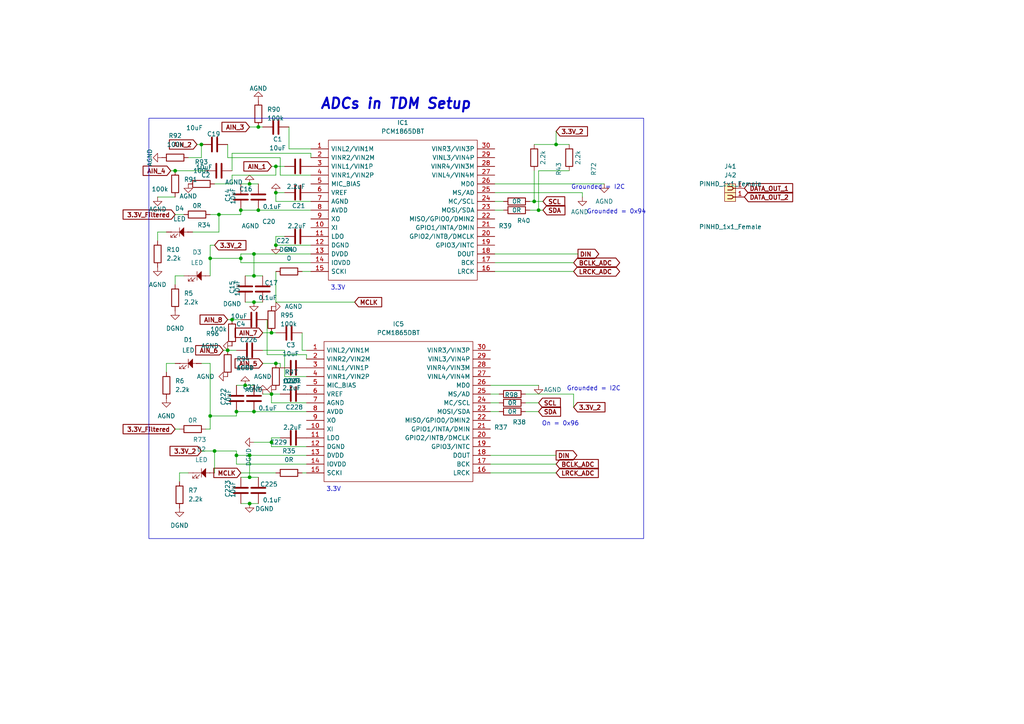
<source format=kicad_sch>
(kicad_sch (version 20231120) (generator "eeschema") (generator_version "8.0")
  (paper "A4")
  (title_block (company "Michael Meyers"))
  (lib_symbols
    (symbol "Device:C" (pin_numbers hide) (pin_names (offset 0.254))
      (property "Reference" "C" (at 0.635 2.54 0))
      (property "Value" "C" (at 0.635 -2.54 0))
      (symbol "C_0_1"
        (polyline (pts (xy -2.032 -0.762) (xy 2.032 -0.762)) (stroke (width 0.508)))
        (polyline (pts (xy -2.032 0.762) (xy 2.032 0.762)) (stroke (width 0.508)))
      )
      (symbol "C_1_1"
        (pin passive line (at 0 3.81 270) (length 2.794) (name "~") (number "1"))
        (pin passive line (at 0 -3.81 90) (length 2.794) (name "~") (number "2"))
      )
    )
    (symbol "Device:R" (pin_numbers hide) (pin_names (offset 0))
      (property "Reference" "R" (at 2.032 0 90))
      (property "Value" "R" (at 0 0 90))
      (symbol "R_0_1"
        (rectangle (start -1.016 -2.54) (end 1.016 2.54) (stroke (width 0.254)))
      )
      (symbol "R_1_1"
        (pin passive line (at 0 3.81 270) (length 1.27) (name "~") (number "1"))
        (pin passive line (at 0 -3.81 90) (length 1.27) (name "~") (number "2"))
      )
    )
    (symbol "PCM_Resistor_AKL:R_0402" (pin_numbers hide) (pin_names (offset 0))
      (property "Reference" "R" (at 2.54 1.27 0))
      (property "Value" "R_0402" (at 2.54 -1.27 0))
      (symbol "R_0402_0_1"
        (rectangle (start -1.016 2.54) (end 1.016 -2.54) (stroke (width 0.254)))
      )
      (symbol "R_0402_0_2"
        (polyline (pts (xy -2.54 -2.54) (xy -1.524 -1.524)))
        (polyline (pts (xy 1.524 1.524) (xy 2.54 2.54)))
        (polyline (pts (xy 1.524 1.524) (xy 0.889 2.159) (xy -2.159 -0.889) (xy -0.889 -2.159) (xy 2.159 0.889) (xy 1.524 1.524)) (stroke (width 0.254)))
      )
      (symbol "R_0402_1_1"
        (pin passive line (at 0 3.81 270) (length 1.27) (name "~") (number "1"))
        (pin passive line (at 0 -3.81 90) (length 1.27) (name "~") (number "2"))
      )
      (symbol "R_0402_1_2"
        (pin passive line (at 2.54 2.54 180) (length 0) (name "") (number "1"))
        (pin passive line (at -2.54 -2.54 0) (length 0) (name "") (number "2"))
      )
    )
    (symbol "PCM_SL_Devices:LED"
      (property "Reference" "D" (at -0.508 5.334 0))
      (property "Value" "LED" (at -0.508 2.794 0))
      (symbol "LED_0_1"
        (polyline (pts (xy -1.27 0) (xy -2.54 0)))
        (polyline (pts (xy 0 1.27) (xy 0 -1.27)))
        (polyline (pts (xy 0.508 0.508) (xy 1.524 1.524)))
        (polyline (pts (xy 1.27 0) (xy 2.54 0)))
        (polyline (pts (xy 1.524 0.508) (xy 2.54 1.524)))
        (polyline (pts (xy 1.524 1.524) (xy 0.889 1.524)))
        (polyline (pts (xy 1.524 1.524) (xy 1.524 0.889)))
        (polyline (pts (xy 2.54 1.524) (xy 1.905 1.524)))
        (polyline (pts (xy 2.54 1.524) (xy 2.54 0.889)))
        (polyline (pts (xy 0 0) (xy -1.27 -1.27) (xy -1.27 1.27) (xy 0 0) (xy 1.27 0)) (fill (type outline)))
      )
      (symbol "LED_1_1"
        (pin passive line (at 3.81 0 180) (length 1.5) (name "~") (number "1"))
        (pin passive line (at -3.81 0 0) (length 1.5) (name "") (number "2"))
      )
    )
    (symbol "PCM_SL_Pin_Headers:PINHD_1x1_Female"
      (property "Reference" "J" (at 0 6.35 0))
      (property "Value" "PINHD_1x1_Female" (at 0 3.81 0))
      (symbol "PINHD_1x1_Female_0_1"
        (rectangle (start -1.27 1.27) (end 1.905 -1.27) (fill (type background)))
        (arc (start -0.508 0) (mid -0.3592 -0.3592) (end 0 -0.508) (stroke (width 0.25)))
        (polyline (pts (xy -1.27 0) (xy -0.508 0)) (stroke (width 0.25)))
        (polyline (pts (xy 0 -0.508) (xy 1.016 -0.508)) (stroke (width 0.25)))
        (polyline (pts (xy 0 0.508) (xy 1.016 0.508)) (stroke (width 0.25)))
        (arc (start 0 0.508) (mid -0.3592 0.3592) (end -0.508 0) (stroke (width 0.25)))
      )
      (symbol "PINHD_1x1_Female_1_1"
        (pin passive line (at -3.81 0 0) (length 2.54) (name "") (number "1"))
      )
    )
    (symbol "SamacSys_Parts:PCM1865DBT" (pin_names (offset 0.762))
      (property "Reference" "IC" (at 49.53 7.62 0))
      (property "Value" "PCM1865DBT" (at 49.53 5.08 0))
      (symbol "PCM1865DBT_0_0"
        (pin passive line (at 0 0 0) (length 5.08) (name "VINL2/VIN1M") (number "1"))
        (pin passive line (at 0 -22.86 0) (length 5.08) (name "XI") (number "10"))
        (pin passive line (at 0 -25.4 0) (length 5.08) (name "LDO") (number "11"))
        (pin passive line (at 0 -27.94 0) (length 5.08) (name "DGND") (number "12"))
        (pin passive line (at 0 -30.48 0) (length 5.08) (name "DVDD") (number "13"))
        (pin passive line (at 0 -33.02 0) (length 5.08) (name "IOVDD") (number "14"))
        (pin passive line (at 0 -35.56 0) (length 5.08) (name "SCKI") (number "15"))
        (pin passive line (at 53.34 -35.56 180) (length 5.08) (name "LRCK") (number "16"))
        (pin passive line (at 53.34 -33.02 180) (length 5.08) (name "BCK") (number "17"))
        (pin passive line (at 53.34 -30.48 180) (length 5.08) (name "DOUT") (number "18"))
        (pin passive line (at 53.34 -27.94 180) (length 5.08) (name "GPIO3/INTC") (number "19"))
        (pin passive line (at 0 -2.54 0) (length 5.08) (name "VINR2/VIN2M") (number "2"))
        (pin passive line (at 53.34 -25.4 180) (length 5.08) (name "GPIO2/INTB/DMCLK") (number "20"))
        (pin passive line (at 53.34 -22.86 180) (length 5.08) (name "GPIO1/INTA/DMIN") (number "21"))
        (pin passive line (at 53.34 -20.32 180) (length 5.08) (name "MISO/GPIO0/DMIN2") (number "22"))
        (pin passive line (at 53.34 -17.78 180) (length 5.08) (name "MOSI/SDA") (number "23"))
        (pin passive line (at 53.34 -15.24 180) (length 5.08) (name "MC/SCL") (number "24"))
        (pin passive line (at 53.34 -12.7 180) (length 5.08) (name "MS/AD") (number "25"))
        (pin passive line (at 53.34 -10.16 180) (length 5.08) (name "MD0") (number "26"))
        (pin passive line (at 53.34 -7.62 180) (length 5.08) (name "VINL4/VIN4M") (number "27"))
        (pin passive line (at 53.34 -5.08 180) (length 5.08) (name "VINR4/VIN3M") (number "28"))
        (pin passive line (at 53.34 -2.54 180) (length 5.08) (name "VINL3/VIN4P") (number "29"))
        (pin passive line (at 0 -5.08 0) (length 5.08) (name "VINL1/VIN1P") (number "3"))
        (pin passive line (at 53.34 0 180) (length 5.08) (name "VINR3/VIN3P") (number "30"))
        (pin passive line (at 0 -7.62 0) (length 5.08) (name "VINR1/VIN2P") (number "4"))
        (pin passive line (at 0 -10.16 0) (length 5.08) (name "MIC_BIAS") (number "5"))
        (pin passive line (at 0 -12.7 0) (length 5.08) (name "VREF") (number "6"))
        (pin passive line (at 0 -15.24 0) (length 5.08) (name "AGND") (number "7"))
        (pin passive line (at 0 -17.78 0) (length 5.08) (name "AVDD") (number "8"))
        (pin passive line (at 0 -20.32 0) (length 5.08) (name "XO") (number "9"))
      )
      (symbol "PCM1865DBT_0_1"
        (polyline (pts (xy 5.08 2.54) (xy 48.26 2.54) (xy 48.26 -38.1) (xy 5.08 -38.1) (xy 5.08 2.54)) (stroke (width 0.1524)))
      )
    )
    (symbol "power:GND" (power) (pin_numbers hide) (pin_names (offset 0) hide)
      (property "Value" "GND" (at 0 -3.81 0))
      (symbol "GND_0_1"
        (polyline (pts (xy 0 0) (xy 0 -1.27) (xy 1.27 -1.27) (xy 0 -2.54) (xy -1.27 -1.27) (xy 0 -1.27)))
      )
      (symbol "GND_1_1"
        (pin power_in line (at 0 0 270) (length 0) (name "~") (number "1"))
      )
    )
  )
  (junction (at 62.23 130.81))
  (junction (at 80.01 55.88))
  (junction (at 78.74 96.52))
  (junction (at 80.01 71.12))
  (junction (at 68.58 119.38))
  (junction (at 161.29 41.91))
  (junction (at 73.66 87.63))
  (junction (at 72.39 146.05))
  (junction (at 73.66 73.66))
  (junction (at 71.12 111.76))
  (junction (at 58.42 41.91))
  (junction (at 73.66 80.01))
  (junction (at 72.39 132.08))
  (junction (at 66.04 101.6))
  (junction (at 60.96 120.65))
  (junction (at 72.39 138.43))
  (junction (at 78.74 114.3))
  (junction (at 67.31 92.71))
  (junction (at 74.93 36.83))
  (junction (at 156.21 60.96))
  (junction (at 154.94 58.42))
  (junction (at 69.85 60.96))
  (junction (at 80.01 105.41))
  (junction (at 80.01 48.26))
  (junction (at 68.58 132.08))
  (junction (at 73.66 119.38))
  (junction (at 78.74 128.27))
  (junction (at 69.85 74.93))
  (junction (at 50.8 49.53))
  (junction (at 63.5 62.23))
  (junction (at 74.93 60.96))
  (junction (at 60.96 74.93))
  (junction (at 72.39 53.34))
  (wire (pts (xy 45.72 57.15) (xy 50.8 57.15)))
  (wire (pts (xy 80.01 87.63) (xy 80.01 78.74)))
  (wire (pts (xy 81.28 45.72) (xy 81.28 50.8)))
  (wire (pts (xy 73.66 80.01) (xy 76.2 80.01)))
  (wire (pts (xy 54.61 45.72) (xy 58.42 45.72)))
  (wire (pts (xy 74.93 36.83) (xy 76.2 36.83)))
  (wire (pts (xy 78.74 128.27) (xy 78.74 129.54)))
  (wire (pts (xy 78.74 127) (xy 81.28 127)))
  (wire (pts (xy 50.8 124.46) (xy 52.07 124.46)))
  (wire (pts (xy 69.85 138.43) (xy 72.39 138.43)))
  (wire (pts (xy 73.66 73.66) (xy 73.66 80.01)))
  (wire (pts (xy 78.74 116.84) (xy 88.9 116.84)))
  (wire (pts (xy 78.74 114.3) (xy 78.74 116.84)))
  (wire (pts (xy 48.26 67.31) (xy 45.72 67.31)))
  (wire (pts (xy 69.85 146.05) (xy 72.39 146.05)))
  (wire (pts (xy 67.31 92.71) (xy 69.85 92.71)))
  (wire (pts (xy 67.31 50.8) (xy 67.31 53.34)))
  (wire (pts (xy 80.01 87.63) (xy 102.87 87.63)))
  (wire (pts (xy 142.24 119.38) (xy 144.78 119.38)))
  (wire (pts (xy 80.01 48.26) (xy 82.55 48.26)))
  (wire (pts (xy 165.1 49.53) (xy 156.21 49.53)))
  (wire (pts (xy 152.4 116.84) (xy 156.21 116.84)))
  (wire (pts (xy 67.31 44.45) (xy 90.17 44.45)))
  (wire (pts (xy 80.01 50.8) (xy 67.31 50.8)))
  (wire (pts (xy 73.66 73.66) (xy 69.85 73.66)))
  (wire (pts (xy 87.63 78.74) (xy 90.17 78.74)))
  (wire (pts (xy 82.55 109.22) (xy 88.9 109.22)))
  (wire (pts (xy 72.39 132.08) (xy 68.58 132.08)))
  (wire (pts (xy 142.24 114.3) (xy 144.78 114.3)))
  (wire (pts (xy 142.24 137.16) (xy 161.29 137.16)))
  (wire (pts (xy 60.96 105.41) (xy 60.96 120.65)))
  (wire (pts (xy 143.51 60.96) (xy 146.05 60.96)))
  (wire (pts (xy 53.34 80.01) (xy 50.8 80.01)))
  (wire (pts (xy 143.51 55.88) (xy 168.91 55.88)))
  (wire (pts (xy 71.12 80.01) (xy 73.66 80.01)))
  (wire (pts (xy 67.31 53.34) (xy 62.23 53.34)))
  (wire (pts (xy 71.12 87.63) (xy 73.66 87.63)))
  (wire (pts (xy 90.17 44.45) (xy 90.17 45.72)))
  (wire (pts (xy 73.66 87.63) (xy 76.2 87.63)))
  (wire (pts (xy 76.2 105.41) (xy 80.01 105.41)))
  (wire (pts (xy 63.5 62.23) (xy 69.85 62.23)))
  (wire (pts (xy 74.93 60.96) (xy 69.85 60.96)))
  (wire (pts (xy 71.12 111.76) (xy 73.66 111.76)))
  (wire (pts (xy 77.47 102.87) (xy 88.9 102.87)))
  (wire (pts (xy 142.24 111.76) (xy 156.21 111.76)))
  (wire (pts (xy 66.04 101.6) (xy 68.58 101.6)))
  (wire (pts (xy 73.66 128.27) (xy 78.74 128.27)))
  (wire (pts (xy 82.55 101.6) (xy 82.55 109.22)))
  (wire (pts (xy 66.04 92.71) (xy 67.31 92.71)))
  (wire (pts (xy 69.85 74.93) (xy 69.85 73.66)))
  (wire (pts (xy 143.51 58.42) (xy 146.05 58.42)))
  (wire (pts (xy 60.96 120.65) (xy 68.58 120.65)))
  (wire (pts (xy 67.31 49.53) (xy 67.31 44.45)))
  (wire (pts (xy 69.85 53.34) (xy 72.39 53.34)))
  (wire (pts (xy 161.29 38.1) (xy 161.29 41.91)))
  (wire (pts (xy 81.28 105.41) (xy 81.28 106.68)))
  (wire (pts (xy 78.74 96.52) (xy 80.01 96.52)))
  (wire (pts (xy 58.42 45.72) (xy 58.42 41.91)))
  (wire (pts (xy 142.24 134.62) (xy 161.29 134.62)))
  (wire (pts (xy 90.17 71.12) (xy 80.01 71.12)))
  (wire (pts (xy 80.01 55.88) (xy 80.01 58.42)))
  (wire (pts (xy 83.82 43.18) (xy 90.17 43.18)))
  (wire (pts (xy 69.85 137.16) (xy 80.01 137.16)))
  (wire (pts (xy 50.8 105.41) (xy 48.26 105.41)))
  (wire (pts (xy 68.58 111.76) (xy 71.12 111.76)))
  (wire (pts (xy 52.07 137.16) (xy 52.07 139.7)))
  (wire (pts (xy 63.5 67.31) (xy 63.5 62.23)))
  (wire (pts (xy 81.28 114.3) (xy 78.74 114.3)))
  (wire (pts (xy 62.23 71.12) (xy 60.96 71.12)))
  (wire (pts (xy 88.9 119.38) (xy 73.66 119.38)))
  (wire (pts (xy 55.88 67.31) (xy 63.5 67.31)))
  (wire (pts (xy 88.9 102.87) (xy 88.9 104.14)))
  (wire (pts (xy 62.23 130.81) (xy 68.58 130.81)))
  (wire (pts (xy 87.63 137.16) (xy 88.9 137.16)))
  (wire (pts (xy 153.67 58.42) (xy 154.94 58.42)))
  (wire (pts (xy 66.04 45.72) (xy 81.28 45.72)))
  (wire (pts (xy 62.23 130.81) (xy 62.23 137.16)))
  (wire (pts (xy 88.9 129.54) (xy 78.74 129.54)))
  (wire (pts (xy 69.85 76.2) (xy 69.85 74.93)))
  (wire (pts (xy 58.42 105.41) (xy 60.96 105.41)))
  (wire (pts (xy 152.4 114.3) (xy 166.37 114.3)))
  (wire (pts (xy 152.4 119.38) (xy 156.21 119.38)))
  (wire (pts (xy 168.91 55.88) (xy 168.91 57.15)))
  (wire (pts (xy 50.8 49.53) (xy 59.69 49.53)))
  (wire (pts (xy 142.24 132.08) (xy 161.29 132.08)))
  (wire (pts (xy 76.2 114.3) (xy 78.74 114.3)))
  (wire (pts (xy 60.96 71.12) (xy 60.96 74.93)))
  (wire (pts (xy 72.39 138.43) (xy 74.93 138.43)))
  (wire (pts (xy 80.01 68.58) (xy 80.01 71.12)))
  (wire (pts (xy 80.01 68.58) (xy 82.55 68.58)))
  (wire (pts (xy 60.96 74.93) (xy 60.96 80.01)))
  (wire (pts (xy 166.37 114.3) (xy 166.37 118.11)))
  (wire (pts (xy 77.47 92.71) (xy 77.47 102.87)))
  (wire (pts (xy 90.17 73.66) (xy 73.66 73.66)))
  (wire (pts (xy 87.63 96.52) (xy 87.63 101.6)))
  (wire (pts (xy 60.96 62.23) (xy 63.5 62.23)))
  (wire (pts (xy 143.51 53.34) (xy 175.26 53.34)))
  (wire (pts (xy 88.9 132.08) (xy 72.39 132.08)))
  (wire (pts (xy 76.2 101.6) (xy 82.55 101.6)))
  (wire (pts (xy 72.39 53.34) (xy 74.93 53.34)))
  (wire (pts (xy 58.42 130.81) (xy 62.23 130.81)))
  (wire (pts (xy 90.17 60.96) (xy 74.93 60.96)))
  (wire (pts (xy 154.94 58.42) (xy 157.48 58.42)))
  (wire (pts (xy 161.29 41.91) (xy 154.94 41.91)))
  (wire (pts (xy 73.66 119.38) (xy 68.58 119.38)))
  (wire (pts (xy 161.29 41.91) (xy 165.1 41.91)))
  (wire (pts (xy 78.74 48.26) (xy 80.01 48.26)))
  (wire (pts (xy 50.8 80.01) (xy 50.8 82.55)))
  (wire (pts (xy 143.51 76.2) (xy 166.37 76.2)))
  (wire (pts (xy 80.01 58.42) (xy 90.17 58.42)))
  (wire (pts (xy 81.28 50.8) (xy 90.17 50.8)))
  (wire (pts (xy 45.72 67.31) (xy 45.72 69.85)))
  (wire (pts (xy 48.26 105.41) (xy 48.26 107.95)))
  (wire (pts (xy 68.58 130.81) (xy 68.58 132.08)))
  (wire (pts (xy 60.96 74.93) (xy 69.85 74.93)))
  (wire (pts (xy 82.55 55.88) (xy 80.01 55.88)))
  (wire (pts (xy 87.63 101.6) (xy 88.9 101.6)))
  (wire (pts (xy 49.53 49.53) (xy 50.8 49.53)))
  (wire (pts (xy 72.39 146.05) (xy 74.93 146.05)))
  (wire (pts (xy 142.24 116.84) (xy 144.78 116.84)))
  (wire (pts (xy 76.2 96.52) (xy 78.74 96.52)))
  (wire (pts (xy 58.42 41.91) (xy 57.15 41.91)))
  (wire (pts (xy 153.67 60.96) (xy 156.21 60.96)))
  (wire (pts (xy 80.01 105.41) (xy 81.28 105.41)))
  (wire (pts (xy 68.58 132.08) (xy 68.58 134.62)))
  (wire (pts (xy 154.94 49.53) (xy 154.94 58.42)))
  (wire (pts (xy 83.82 36.83) (xy 83.82 43.18)))
  (wire (pts (xy 78.74 127) (xy 78.74 128.27)))
  (wire (pts (xy 68.58 119.38) (xy 68.58 120.65)))
  (wire (pts (xy 54.61 137.16) (xy 52.07 137.16)))
  (wire (pts (xy 59.69 124.46) (xy 60.96 124.46)))
  (wire (pts (xy 69.85 60.96) (xy 69.85 62.23)))
  (wire (pts (xy 88.9 134.62) (xy 68.58 134.62)))
  (wire (pts (xy 72.39 36.83) (xy 74.93 36.83)))
  (wire (pts (xy 60.96 124.46) (xy 60.96 120.65)))
  (wire (pts (xy 66.04 41.91) (xy 66.04 45.72)))
  (wire (pts (xy 156.21 60.96) (xy 157.48 60.96)))
  (wire (pts (xy 64.77 101.6) (xy 66.04 101.6)))
  (wire (pts (xy 143.51 73.66) (xy 167.64 73.66)))
  (wire (pts (xy 72.39 132.08) (xy 72.39 138.43)))
  (wire (pts (xy 156.21 49.53) (xy 156.21 60.96)))
  (wire (pts (xy 50.8 62.23) (xy 53.34 62.23)))
  (wire (pts (xy 90.17 76.2) (xy 69.85 76.2)))
  (wire (pts (xy 80.01 48.26) (xy 80.01 50.8)))
  (wire (pts (xy 143.51 78.74) (xy 166.37 78.74)))
  (rectangle (start 43.18 34.29) (end 186.69 156.21))
  (text "3.3V" (at 96.774 141.986 0) (effects (font (size 1.27 1.27))))
  (text "3.3V" (at 98.044 83.566 0) (effects (font (size 1.27 1.27))))
  (text "Grounded = I2C\n" (at 173.482 54.356 0) (effects (font (size 1.27 1.27))))
  (text "Grounded = I2C\n" (at 172.212 112.776 0) (effects (font (size 1.27 1.27))))
  (text "On = 0x96" (at 162.56 122.936 0) (effects (font (size 1.27 1.27))))
  (text "Grounded = 0x94" (at 178.816 61.468 0) (effects (font (size 1.27 1.27))))
  (text "ADCs in TDM Setup" (at 114.808 30.226 0) (effects (font (size 3 3) (thickness 0.6) (bold yes) (italic yes))))
  (global_label "SCL" (shape input) (at 157.48 58.42 0) (effects (font (bold yes))) (property "Intersheetrefs" "${INTERSHEET_REFS}" (effects (hide yes))))
  (global_label "BCLK_ADC" (shape bidirectional) (at 166.37 76.2 0) (effects (font (bold yes))) (property "Intersheetrefs" "${INTERSHEET_REFS}" (effects (hide yes))))
  (global_label "3.3V_Filtered" (shape input) (at 50.8 124.46 180) (effects (font (bold yes))) (property "Intersheetrefs" "${INTERSHEET_REFS}" (effects (hide yes))))
  (global_label "AIN_1" (shape input) (at 78.74 48.26 180) (effects (font (bold yes))) (property "Intersheetrefs" "${INTERSHEET_REFS}" (effects (hide yes))))
  (global_label "3.3V_2" (shape input) (at 58.42 130.81 180) (effects (font (bold yes))) (property "Intersheetrefs" "${INTERSHEET_REFS}" (effects (hide yes))))
  (global_label "AIN_3" (shape input) (at 72.39 36.83 180) (effects (font (bold yes))) (property "Intersheetrefs" "${INTERSHEET_REFS}" (effects (hide yes))))
  (global_label "SDA" (shape input) (at 157.48 60.96 0) (effects (font (bold yes))) (property "Intersheetrefs" "${INTERSHEET_REFS}" (effects (hide yes))))
  (global_label "SCL" (shape input) (at 156.21 116.84 0) (effects (font (bold yes))) (property "Intersheetrefs" "${INTERSHEET_REFS}" (effects (hide yes))))
  (global_label "AIN_8" (shape input) (at 66.04 92.71 180) (effects (font (bold yes))) (property "Intersheetrefs" "${INTERSHEET_REFS}" (effects (hide yes))))
  (global_label "MCLK" (shape input) (at 102.87 87.63 0) (effects (font (bold yes))) (property "Intersheetrefs" "${INTERSHEET_REFS}" (effects (hide yes))))
  (global_label "LRCK_ADC" (shape bidirectional) (at 166.37 78.74 0) (effects (font (bold yes))) (property "Intersheetrefs" "${INTERSHEET_REFS}" (effects (hide yes))))
  (global_label "3.3V_2" (shape input) (at 166.37 118.11 0) (effects (font (bold yes))) (property "Intersheetrefs" "${INTERSHEET_REFS}" (effects (hide yes))))
  (global_label "LRCK_ADC" (shape input) (at 161.29 137.16 0) (effects (font (bold yes))) (property "Intersheetrefs" "${INTERSHEET_REFS}" (effects (hide yes))))
  (global_label "AIN_2" (shape input) (at 57.15 41.91 180) (effects (font (bold yes))) (property "Intersheetrefs" "${INTERSHEET_REFS}" (effects (hide yes))))
  (global_label "DIN" (shape output) (at 167.64 73.66 0) (effects (font (bold yes))) (property "Intersheetrefs" "${INTERSHEET_REFS}" (effects (hide yes))))
  (global_label "3.3V_2" (shape input) (at 161.29 38.1 0) (effects (font (bold yes))) (property "Intersheetrefs" "${INTERSHEET_REFS}" (effects (hide yes))))
  (global_label "3.3V_Filtered" (shape input) (at 50.8 62.23 180) (effects (font (bold yes))) (property "Intersheetrefs" "${INTERSHEET_REFS}" (effects (hide yes))))
  (global_label "AIN_6" (shape input) (at 64.77 101.6 180) (effects (font (bold yes))) (property "Intersheetrefs" "${INTERSHEET_REFS}" (effects (hide yes))))
  (global_label "3.3V_2" (shape input) (at 62.23 71.12 0) (effects (font (bold yes))) (property "Intersheetrefs" "${INTERSHEET_REFS}" (effects (hide yes))))
  (global_label "SDA" (shape input) (at 156.21 119.38 0) (effects (font (bold yes))) (property "Intersheetrefs" "${INTERSHEET_REFS}" (effects (hide yes))))
  (global_label "AIN_7" (shape input) (at 76.2 96.52 180) (effects (font (bold yes))) (property "Intersheetrefs" "${INTERSHEET_REFS}" (effects (hide yes))))
  (global_label "BCLK_ADC" (shape input) (at 161.29 134.62 0) (effects (font (bold yes))) (property "Intersheetrefs" "${INTERSHEET_REFS}" (effects (hide yes))))
  (global_label "DATA_OUT_2" (shape input) (at 215.9 57.15 0) (effects (font (bold yes))) (property "Intersheetrefs" "${INTERSHEET_REFS}" (effects (hide yes))))
  (global_label "MCLK" (shape input) (at 69.85 137.16 180) (effects (font (bold yes))) (property "Intersheetrefs" "${INTERSHEET_REFS}" (effects (hide yes))))
  (global_label "AIN_5" (shape input) (at 76.2 105.41 180) (effects (font (bold yes))) (property "Intersheetrefs" "${INTERSHEET_REFS}" (effects (hide yes))))
  (global_label "AIN_4" (shape input) (at 49.53 49.53 180) (effects (font (bold yes))) (property "Intersheetrefs" "${INTERSHEET_REFS}" (effects (hide yes))))
  (global_label "DATA_OUT_1" (shape input) (at 215.9 54.61 0) (effects (font (bold yes))) (property "Intersheetrefs" "${INTERSHEET_REFS}" (effects (hide yes))))
  (global_label "DIN" (shape output) (at 161.29 132.08 0) (effects (font (bold yes))) (property "Intersheetrefs" "${INTERSHEET_REFS}" (effects (hide yes))))
  (symbol (lib_id "Device:C") (at 74.93 57.15 0) (unit 1)
    (property "Reference" "C16" (at 69.342 54.864 0) (effects (justify left)))
    (property "Value" "0.1uF" (at 76.2 59.944 0) (effects (justify left)))
    (property "Footprint" "Capacitor_SMD:C_0603_1608Metric_Pad1.08x0.95mm_HandSolder" (effects (hide yes)))
    (property "Description" "Unpolarized capacitor" (effects (hide yes)))
  )
  (symbol (lib_id "PCM_Resistor_AKL:R_0402") (at 50.8 45.72 270) (unit 1)
    (property "Reference" "R92" (at 50.8 39.37 90))
    (property "Value" "100k" (at 50.8 41.91 90))
    (property "Footprint" "PCM_Resistor_SMD_AKL:R_0402_1005Metric" (effects (hide yes)))
    (property "Description" "SMD 0402 Chip Resistor, European Symbol, Alternate KiCad Library" (effects (hide yes)))
  )
  (symbol (lib_id "power:GND") (at 71.12 111.76 180) (unit 1) (on_board no)
    (property "Reference" "#PWR089" (effects (hide yes)))
    (property "Value" "AGND" (at 71.12 106.68 0))
    (property "Description" "Power symbol creates a global label with name \"GND\" , ground" (effects (hide yes)))
  )
  (symbol (lib_id "Device:C") (at 74.93 142.24 0) (unit 1)
    (property "Reference" "C225" (at 75.438 140.462 0) (effects (justify left)))
    (property "Value" "0.1uF" (at 76.2 145.034 0) (effects (justify left)))
    (property "Footprint" "Capacitor_SMD:C_0603_1608Metric_Pad1.08x0.95mm_HandSolder" (effects (hide yes)))
    (property "Description" "Unpolarized capacitor" (effects (hide yes)))
  )
  (symbol (lib_id "Device:R") (at 52.07 143.51 0) (unit 1)
    (property "Reference" "R7" (at 54.61 142.2399 0) (effects (justify left)))
    (property "Value" "2.2k" (at 54.61 144.7799 0) (effects (justify left)))
    (property "Footprint" "Resistor_SMD:R_0805_2012Metric" (effects (hide yes)))
    (property "Description" "Resistor" (effects (hide yes)))
  )
  (symbol (lib_id "Device:C") (at 86.36 68.58 90) (unit 1)
    (property "Reference" "C22" (at 82.042 69.85 90))
    (property "Value" "2.2uF" (at 86.106 65.532 90))
    (property "Footprint" "Capacitor_SMD:C_0805_2012Metric" (effects (hide yes)))
    (property "Description" "Unpolarized capacitor" (effects (hide yes)))
  )
  (symbol (lib_id "Device:C") (at 63.5 49.53 270) (unit 1)
    (property "Reference" "C2" (at 59.69 50.8 90))
    (property "Value" "10uF" (at 59.182 48.514 90))
    (property "Footprint" "Capacitor_SMD:C_0805_2012Metric" (effects (hide yes)))
    (property "Description" "Unpolarized capacitor" (effects (hide yes)))
  )
  (symbol (lib_id "power:GND") (at 80.01 71.12 0) (unit 1)
    (property "Reference" "#PWR028" (effects (hide yes)))
    (property "Value" "DGND" (at 83.566 72.39 0))
    (property "Description" "Power symbol creates a global label with name \"GND\" , ground" (effects (hide yes)))
  )
  (symbol (lib_id "power:GND") (at 52.07 147.32 0) (unit 1)
    (property "Reference" "#PWR096" (effects (hide yes)))
    (property "Value" "DGND" (at 52.07 152.4 0))
    (property "Description" "Power symbol creates a global label with name \"GND\" , ground" (effects (hide yes)))
  )
  (symbol (lib_id "Device:C") (at 85.09 127 90) (unit 1)
    (property "Reference" "C229" (at 80.772 128.27 90))
    (property "Value" "2.2uF" (at 84.836 123.952 90))
    (property "Footprint" "Capacitor_SMD:C_0805_2012Metric" (effects (hide yes)))
    (property "Description" "Unpolarized capacitor" (effects (hide yes)))
  )
  (symbol (lib_id "power:GND") (at 73.66 128.27 270) (unit 1)
    (property "Reference" "#PWR0216" (effects (hide yes)))
    (property "Value" "DGND" (at 72.136 132.588 0))
    (property "Description" "Power symbol creates a global label with name \"GND\" , ground" (effects (hide yes)))
  )
  (symbol (lib_id "power:GND") (at 72.39 146.05 0) (unit 1)
    (property "Reference" "#PWR056" (effects (hide yes)))
    (property "Value" "DGND" (at 76.708 147.574 0))
    (property "Description" "Power symbol creates a global label with name \"GND\" , ground" (effects (hide yes)))
  )
  (symbol (lib_id "power:GND") (at 175.26 53.34 0) (unit 1)
    (property "Reference" "#PWR035" (effects (hide yes)))
    (property "Value" "AGND" (at 175.26 58.42 0))
    (property "Description" "Power symbol creates a global label with name \"GND\" , ground" (effects (hide yes)))
  )
  (symbol (lib_id "power:GND") (at 80.01 55.88 180) (unit 1) (on_board no)
    (property "Reference" "#PWR029" (effects (hide yes)))
    (property "Value" "AGND" (at 72.644 65.532 0))
    (property "Description" "Power symbol creates a global label with name \"GND\" , ground" (effects (hide yes)))
  )
  (symbol (lib_id "PCM_Resistor_AKL:R_0402") (at 74.93 33.02 180) (unit 1)
    (property "Reference" "R90" (at 77.47 31.7499 0) (effects (justify right)))
    (property "Value" "100k" (at 77.47 34.2899 0) (effects (justify right)))
    (property "Footprint" "PCM_Resistor_SMD_AKL:R_0402_1005Metric" (effects (hide yes)))
    (property "Description" "SMD 0402 Chip Resistor, European Symbol, Alternate KiCad Library" (effects (hide yes)))
  )
  (symbol (lib_id "PCM_Resistor_AKL:R_0402") (at 50.8 53.34 0) (unit 1)
    (property "Reference" "R91" (at 53.34 52.0699 0) (effects (justify left)))
    (property "Value" "100k" (at 43.942 54.864 0) (effects (justify left)))
    (property "Footprint" "PCM_Resistor_SMD_AKL:R_0402_1005Metric" (effects (hide yes)))
    (property "Description" "SMD 0402 Chip Resistor, European Symbol, Alternate KiCad Library" (effects (hide yes)))
  )
  (symbol (lib_id "PCM_SL_Devices:LED") (at 54.61 105.41 180) (unit 1)
    (property "Reference" "D1" (at 54.61 98.552 0))
    (property "Value" "LED" (at 54.61 101.6 0))
    (property "Footprint" "LED_SMD:LED_0402_1005Metric_Pad0.77x0.64mm_HandSolder" (effects (hide yes)))
    (property "Datasheet" "https://www.we-online.com/components/products/datasheet/150060BS75000.pdf" (effects (hide yes)))
    (property "Description" "Common 5mm diameter LED" (effects (hide yes)))
  )
  (symbol (lib_id "power:GND") (at 156.21 111.76 0) (unit 1)
    (property "Reference" "#PWR0217" (effects (hide yes)))
    (property "Value" "AGND" (at 160.274 113.03 0))
    (property "Description" "Power symbol creates a global label with name \"GND\" , ground" (effects (hide yes)))
  )
  (symbol (lib_id "power:GND") (at 80.01 113.03 270) (unit 1) (on_board no)
    (property "Reference" "#PWR0111" (effects (hide yes)))
    (property "Value" "AGND" (at 76.2 113.0299 90) (effects (justify right)))
    (property "Description" "Power symbol creates a global label with name \"GND\" , ground" (effects (hide yes)))
  )
  (symbol (lib_id "Device:C") (at 85.09 106.68 90) (unit 1)
    (property "Reference" "C227" (at 84.582 110.49 90))
    (property "Value" "10uF" (at 84.328 110.49 90))
    (property "Footprint" "Capacitor_SMD:C_0805_2012Metric" (effects (hide yes)))
    (property "Description" "Unpolarized capacitor" (effects (hide yes)))
  )
  (symbol (lib_id "power:GND") (at 67.31 100.33 270) (unit 1) (on_board no)
    (property "Reference" "#PWR0112" (effects (hide yes)))
    (property "Value" "AGND" (at 63.5 100.3299 90) (effects (justify right)))
    (property "Description" "Power symbol creates a global label with name \"GND\" , ground" (effects (hide yes)))
  )
  (symbol (lib_id "Device:C") (at 69.85 57.15 0) (unit 1)
    (property "Reference" "C14" (at 66.04 56.642 90))
    (property "Value" "10uF" (at 67.564 56.896 90))
    (property "Footprint" "Capacitor_SMD:C_0805_2012Metric" (effects (hide yes)))
    (property "Description" "Unpolarized capacitor" (effects (hide yes)))
  )
  (symbol (lib_id "Device:C") (at 83.82 96.52 270) (unit 1)
    (property "Reference" "C3" (at 84.328 100.076 90))
    (property "Value" "10uF" (at 84.328 102.616 90))
    (property "Footprint" "Capacitor_SMD:C_0805_2012Metric" (effects (hide yes)))
    (property "Description" "Unpolarized capacitor" (effects (hide yes)))
  )
  (symbol (lib_id "Device:R") (at 57.15 62.23 90) (unit 1)
    (property "Reference" "R34" (at 59.182 65.278 90))
    (property "Value" "0R" (at 57.15 59.69 90))
    (property "Footprint" "Resistor_SMD:R_0805_2012Metric_Pad1.20x1.40mm_HandSolder" (effects (hide yes)))
    (property "Description" "Resistor" (effects (hide yes)))
  )
  (symbol (lib_id "Device:R") (at 83.82 78.74 90) (unit 1)
    (property "Reference" "R4" (at 83.82 72.39 90))
    (property "Value" "0" (at 83.82 74.93 90))
    (property "Footprint" "Resistor_SMD:R_0805_2012Metric_Pad1.20x1.40mm_HandSolder" (effects (hide yes)))
    (property "Description" "Resistor" (effects (hide yes)))
  )
  (symbol (lib_id "PCM_Resistor_AKL:R_0402") (at 80.01 109.22 180) (unit 1)
    (property "Reference" "R97" (at 82.55 107.9499 0) (effects (justify right)))
    (property "Value" "100k" (at 82.55 110.4899 0) (effects (justify right)))
    (property "Footprint" "PCM_Resistor_SMD_AKL:R_0402_1005Metric" (effects (hide yes)))
    (property "Description" "SMD 0402 Chip Resistor, European Symbol, Alternate KiCad Library" (effects (hide yes)))
  )
  (symbol (lib_id "Device:C") (at 73.66 92.71 270) (unit 1)
    (property "Reference" "C4" (at 69.85 93.98 90))
    (property "Value" "10uF" (at 69.342 91.694 90))
    (property "Footprint" "Capacitor_SMD:C_0805_2012Metric" (effects (hide yes)))
    (property "Description" "Unpolarized capacitor" (effects (hide yes)))
  )
  (symbol (lib_id "Device:C") (at 86.36 55.88 90) (unit 1)
    (property "Reference" "C21" (at 86.614 59.69 90))
    (property "Value" "2.2uF" (at 85.852 54.102 90))
    (property "Footprint" "Capacitor_SMD:C_0805_2012Metric" (effects (hide yes)))
    (property "Description" "Unpolarized capacitor" (effects (hide yes)))
  )
  (symbol (lib_id "PCM_Resistor_AKL:R_0402") (at 66.04 105.41 0) (unit 1)
    (property "Reference" "R94" (at 68.58 104.1399 0) (effects (justify left)))
    (property "Value" "100k" (at 68.58 106.6799 0) (effects (justify left)))
    (property "Footprint" "PCM_Resistor_SMD_AKL:R_0402_1005Metric" (effects (hide yes)))
    (property "Description" "SMD 0402 Chip Resistor, European Symbol, Alternate KiCad Library" (effects (hide yes)))
  )
  (symbol (lib_id "Device:C") (at 71.12 83.82 0) (unit 1)
    (property "Reference" "C15" (at 67.31 83.312 90))
    (property "Value" "10uF" (at 68.834 83.566 90))
    (property "Footprint" "Capacitor_SMD:C_0805_2012Metric" (effects (hide yes)))
    (property "Description" "Unpolarized capacitor" (effects (hide yes)))
  )
  (symbol (lib_id "Device:C") (at 69.85 142.24 0) (unit 1)
    (property "Reference" "C223" (at 66.04 141.732 90))
    (property "Value" "10uF" (at 67.564 141.986 90))
    (property "Footprint" "Capacitor_SMD:C_0805_2012Metric" (effects (hide yes)))
    (property "Description" "Unpolarized capacitor" (effects (hide yes)))
  )
  (symbol (lib_id "Device:C") (at 62.23 41.91 90) (unit 1)
    (property "Reference" "C19" (at 61.976 38.862 90))
    (property "Value" "10uF" (at 56.388 37.084 90))
    (property "Footprint" "Capacitor_SMD:C_0805_2012Metric" (effects (hide yes)))
    (property "Description" "Unpolarized capacitor" (effects (hide yes)))
  )
  (symbol (lib_id "power:GND") (at 46.99 45.72 270) (unit 1) (on_board no)
    (property "Reference" "#PWR0110" (effects (hide yes)))
    (property "Value" "AGND" (at 43.434 45.72 0))
    (property "Description" "Power symbol creates a global label with name \"GND\" , ground" (effects (hide yes)))
  )
  (symbol (lib_id "PCM_SL_Pin_Headers:PINHD_1x1_Female") (at 212.09 54.61 180) (unit 1) (on_board no)
    (property "Reference" "J41" (at 211.835 48.26 0))
    (property "Value" "PINHD_1x1_Female" (at 211.836 65.786 0))
    (property "Footprint" "Connector_PinSocket_2.54mm:PinSocket_1x01_P2.54mm_Vertical" (effects (hide yes)))
    (property "Description" "Pin Header female with pin space 2.54mm. Pin Count -1" (effects (hide yes)))
  )
  (symbol (lib_id "Device:R") (at 154.94 45.72 180) (unit 1)
    (property "Reference" "R43" (at 162.052 49.022 90))
    (property "Value" "2.2k" (at 157.48 45.72 90))
    (property "Footprint" "Resistor_SMD:R_0805_2012Metric_Pad1.20x1.40mm_HandSolder" (effects (hide yes)))
    (property "Description" "Resistor" (effects (hide yes)))
  )
  (symbol (lib_id "power:GND") (at 168.91 57.15 0) (unit 1)
    (property "Reference" "#PWR0224" (effects (hide yes)))
    (property "Value" "AGND" (at 168.148 61.468 0))
    (property "Description" "Power symbol creates a global label with name \"GND\" , ground" (effects (hide yes)))
  )
  (symbol (lib_id "Device:R") (at 48.26 111.76 0) (unit 1)
    (property "Reference" "R6" (at 50.8 110.4899 0) (effects (justify left)))
    (property "Value" "2.2k" (at 50.8 113.0299 0) (effects (justify left)))
    (property "Footprint" "Resistor_SMD:R_0805_2012Metric" (effects (hide yes)))
    (property "Description" "Resistor" (effects (hide yes)))
  )
  (symbol (lib_id "SamacSys_Parts:PCM1865DBT") (at 88.9 101.6 0) (unit 1)
    (property "Reference" "IC5" (at 115.57 93.98 0))
    (property "Value" "PCM1865DBT" (at 115.57 96.52 0))
    (property "Footprint" "SamacSys_Parts:SOP50P640X120-30N" (effects (hide yes)))
    (property "Datasheet" "http://www.ti.com/lit/gpn/PCM1865" (effects (hide yes)))
    (property "Description" "110dB 4-Channel Software-Controlled Audio ADC With Universal Front End" (effects (hide yes)))
    (property "Description_1" "110dB 4-Channel Software-Controlled Audio ADC With Universal Front End" (effects (hide yes)))
    (property "Height" "1.2" (effects (hide yes)))
    (property "Manufacturer_Name" "Texas Instruments" (effects (hide yes)))
    (property "Manufacturer_Part_Number" "PCM1865DBT" (effects (hide yes)))
    (property "Mouser Part Number" "595-PCM1865DBT" (effects (hide yes)))
    (property "Mouser Price/Stock" "https://www.mouser.co.uk/ProductDetail/Texas-Instruments/PCM1865DBT?qs=p08Uhw9w2Fxozgcazf2OFQ%3D%3D" (effects (hide yes)))
    (property "Arrow Part Number" "PCM1865DBT" (effects (hide yes)))
    (property "Arrow Price/Stock" "https://www.arrow.com/en/products/pcm1865dbt/texas-instruments?region=nac" (effects (hide yes)))
  )
  (symbol (lib_id "Device:C") (at 85.09 114.3 90) (unit 1)
    (property "Reference" "C228" (at 85.344 118.11 90))
    (property "Value" "2.2uF" (at 84.582 112.522 90))
    (property "Footprint" "Capacitor_SMD:C_0805_2012Metric" (effects (hide yes)))
    (property "Description" "Unpolarized capacitor" (effects (hide yes)))
  )
  (symbol (lib_id "Device:C") (at 72.39 101.6 90) (unit 1)
    (property "Reference" "C226" (at 72.136 98.552 90))
    (property "Value" "10uF" (effects (hide yes)))
    (property "Footprint" "Capacitor_SMD:C_0805_2012Metric" (effects (hide yes)))
    (property "Description" "Unpolarized capacitor" (effects (hide yes)))
  )
  (symbol (lib_id "power:GND") (at 66.04 109.22 270) (unit 1) (on_board no)
    (property "Reference" "#PWR0113" (effects (hide yes)))
    (property "Value" "AGND" (at 62.23 109.2199 90) (effects (justify right)))
    (property "Description" "Power symbol creates a global label with name \"GND\" , ground" (effects (hide yes)))
  )
  (symbol (lib_id "power:GND") (at 50.8 90.17 0) (unit 1)
    (property "Reference" "#PWR098" (effects (hide yes)))
    (property "Value" "DGND" (at 50.8 95.25 0))
    (property "Description" "Power symbol creates a global label with name \"GND\" , ground" (effects (hide yes)))
  )
  (symbol (lib_id "Device:R") (at 55.88 124.46 90) (unit 1)
    (property "Reference" "R73" (at 57.912 127.508 90))
    (property "Value" "0R" (at 55.88 121.92 90))
    (property "Footprint" "Resistor_SMD:R_0805_2012Metric_Pad1.20x1.40mm_HandSolder" (effects (hide yes)))
    (property "Description" "Resistor" (effects (hide yes)))
  )
  (symbol (lib_id "SamacSys_Parts:PCM1865DBT") (at 90.17 43.18 0) (unit 1)
    (property "Reference" "IC1" (at 116.84 35.56 0))
    (property "Value" "PCM1865DBT" (at 116.84 38.1 0))
    (property "Footprint" "SamacSys_Parts:SOP50P640X120-30N" (effects (hide yes)))
    (property "Datasheet" "http://www.ti.com/lit/gpn/PCM1865" (effects (hide yes)))
    (property "Description" "110dB 4-Channel Software-Controlled Audio ADC With Universal Front End" (effects (hide yes)))
    (property "Description_1" "110dB 4-Channel Software-Controlled Audio ADC With Universal Front End" (effects (hide yes)))
    (property "Height" "1.2" (effects (hide yes)))
    (property "Manufacturer_Name" "Texas Instruments" (effects (hide yes)))
    (property "Manufacturer_Part_Number" "PCM1865DBT" (effects (hide yes)))
    (property "Mouser Part Number" "595-PCM1865DBT" (effects (hide yes)))
    (property "Mouser Price/Stock" "https://www.mouser.co.uk/ProductDetail/Texas-Instruments/PCM1865DBT?qs=p08Uhw9w2Fxozgcazf2OFQ%3D%3D" (effects (hide yes)))
    (property "Arrow Part Number" "PCM1865DBT" (effects (hide yes)))
    (property "Arrow Price/Stock" "https://www.arrow.com/en/products/pcm1865dbt/texas-instruments?region=nac" (effects (hide yes)))
  )
  (symbol (lib_id "power:GND") (at 76.2 114.3 180) (unit 1) (on_board no)
    (property "Reference" "#PWR090" (effects (hide yes)))
    (property "Value" "AGND" (at 76.2 109.22 0))
    (property "Description" "Power symbol creates a global label with name \"GND\" , ground" (effects (hide yes)))
  )
  (symbol (lib_id "PCM_SL_Pin_Headers:PINHD_1x1_Female") (at 212.09 57.15 180) (unit 1) (on_board no)
    (property "Reference" "J42" (at 211.835 50.8 0))
    (property "Value" "PINHD_1x1_Female" (at 211.835 53.34 0))
    (property "Footprint" "Connector_PinSocket_2.54mm:PinSocket_1x01_P2.54mm_Vertical" (effects (hide yes)))
    (property "Description" "Pin Header female with pin space 2.54mm. Pin Count -1" (effects (hide yes)))
  )
  (symbol (lib_id "power:GND") (at 73.66 87.63 0) (unit 1)
    (property "Reference" "#PWR01" (effects (hide yes)))
    (property "Value" "DGND" (at 67.31 88.138 0))
    (property "Description" "Power symbol creates a global label with name \"GND\" , ground" (effects (hide yes)))
  )
  (symbol (lib_id "Device:R") (at 50.8 86.36 0) (unit 1)
    (property "Reference" "R5" (at 53.34 85.0899 0) (effects (justify left)))
    (property "Value" "2.2k" (at 53.34 87.6299 0) (effects (justify left)))
    (property "Footprint" "Resistor_SMD:R_0805_2012Metric" (effects (hide yes)))
    (property "Description" "Resistor" (effects (hide yes)))
  )
  (symbol (lib_id "PCM_Resistor_AKL:R_0402") (at 78.74 92.71 180) (unit 1)
    (property "Reference" "R95" (at 81.28 91.4399 0) (effects (justify right)))
    (property "Value" "100k" (at 81.28 93.9799 0) (effects (justify right)))
    (property "Footprint" "PCM_Resistor_SMD_AKL:R_0402_1005Metric" (effects (hide yes)))
    (property "Description" "SMD 0402 Chip Resistor, European Symbol, Alternate KiCad Library" (effects (hide yes)))
  )
  (symbol (lib_id "power:GND") (at 78.74 88.9 90) (unit 1) (on_board no)
    (property "Reference" "#PWR0114" (effects (hide yes)))
    (property "Value" "AGND" (at 82.55 88.8999 90) (effects (justify right)))
    (property "Description" "Power symbol creates a global label with name \"GND\" , ground" (effects (hide yes)))
  )
  (symbol (lib_id "Device:R") (at 149.86 60.96 90) (unit 1)
    (property "Reference" "R40" (at 151.892 64.008 90))
    (property "Value" "0R" (at 149.86 58.42 90))
    (property "Footprint" "Resistor_SMD:R_0805_2012Metric_Pad1.20x1.40mm_HandSolder" (effects (hide yes)))
    (property "Description" "Resistor" (effects (hide yes)))
  )
  (symbol (lib_id "PCM_SL_Devices:LED") (at 58.42 137.16 180) (unit 1)
    (property "Reference" "D2" (at 58.42 130.302 0))
    (property "Value" "LED" (at 58.42 133.35 0))
    (property "Footprint" "LED_SMD:LED_0402_1005Metric_Pad0.77x0.64mm_HandSolder" (effects (hide yes)))
    (property "Datasheet" "https://www.we-online.com/components/products/datasheet/150060BS75000.pdf" (effects (hide yes)))
    (property "Description" "Common 5mm diameter LED" (effects (hide yes)))
  )
  (symbol (lib_id "power:GND") (at 72.39 53.34 180) (unit 1) (on_board no)
    (property "Reference" "#PWR026" (effects (hide yes)))
    (property "Value" "AGND" (at 67.818 52.832 0))
    (property "Description" "Power symbol creates a global label with name \"GND\" , ground" (effects (hide yes)))
  )
  (symbol (lib_id "power:GND") (at 54.61 53.34 0) (unit 1) (on_board no)
    (property "Reference" "#PWR0109" (effects (hide yes)))
    (property "Value" "AGND" (at 54.61 56.896 0))
    (property "Description" "Power symbol creates a global label with name \"GND\" , ground" (effects (hide yes)))
  )
  (symbol (lib_id "Device:R") (at 149.86 58.42 90) (unit 1)
    (property "Reference" "R39" (at 146.558 65.532 90))
    (property "Value" "0R" (at 149.86 60.96 90))
    (property "Footprint" "Resistor_SMD:R_0805_2012Metric_Pad1.20x1.40mm_HandSolder" (effects (hide yes)))
    (property "Description" "Resistor" (effects (hide yes)))
  )
  (symbol (lib_id "power:GND") (at 45.72 57.15 0) (unit 1) (on_board no)
    (property "Reference" "#PWR0108" (effects (hide yes)))
    (property "Value" "AGND" (at 45.72 60.706 0))
    (property "Description" "Power symbol creates a global label with name \"GND\" , ground" (effects (hide yes)))
  )
  (symbol (lib_id "PCM_Resistor_AKL:R_0402") (at 58.42 53.34 270) (unit 1)
    (property "Reference" "R93" (at 58.42 46.99 90))
    (property "Value" "100k" (at 58.42 49.53 90))
    (property "Footprint" "PCM_Resistor_SMD_AKL:R_0402_1005Metric" (effects (hide yes)))
    (property "Description" "SMD 0402 Chip Resistor, European Symbol, Alternate KiCad Library" (effects (hide yes)))
  )
  (symbol (lib_id "power:GND") (at 74.93 29.21 180) (unit 1) (on_board no)
    (property "Reference" "#PWR0107" (effects (hide yes)))
    (property "Value" "AGND" (at 74.93 25.654 0))
    (property "Description" "Power symbol creates a global label with name \"GND\" , ground" (effects (hide yes)))
  )
  (symbol (lib_id "Device:C") (at 73.66 115.57 0) (unit 1)
    (property "Reference" "C224" (at 70.358 112.268 0) (effects (justify left)))
    (property "Value" "0.1uF" (at 74.93 118.364 0) (effects (justify left)))
    (property "Footprint" "Capacitor_SMD:C_0603_1608Metric_Pad1.08x0.95mm_HandSolder" (effects (hide yes)))
    (property "Description" "Unpolarized capacitor" (effects (hide yes)))
  )
  (symbol (lib_id "power:GND") (at 45.72 77.47 0) (unit 1)
    (property "Reference" "#PWR0102" (effects (hide yes)))
    (property "Value" "AGND" (at 45.72 82.55 0))
    (property "Description" "Power symbol creates a global label with name \"GND\" , ground" (effects (hide yes)))
  )
  (symbol (lib_id "Device:R") (at 165.1 45.72 180) (unit 1)
    (property "Reference" "R72" (at 172.212 49.022 90))
    (property "Value" "2.2k" (at 167.64 45.72 90))
    (property "Footprint" "Resistor_SMD:R_0805_2012Metric_Pad1.20x1.40mm_HandSolder" (effects (hide yes)))
    (property "Description" "Resistor" (effects (hide yes)))
  )
  (symbol (lib_id "power:GND") (at 48.26 115.57 0) (unit 1)
    (property "Reference" "#PWR055" (effects (hide yes)))
    (property "Value" "AGND" (at 48.26 120.65 0))
    (property "Description" "Power symbol creates a global label with name \"GND\" , ground" (effects (hide yes)))
  )
  (symbol (lib_id "Device:C") (at 76.2 83.82 0) (unit 1)
    (property "Reference" "C17" (at 76.708 82.042 0) (effects (justify left)))
    (property "Value" "0.1uF" (at 74.93 86.36 0) (effects (justify left)))
    (property "Footprint" "Capacitor_SMD:C_0603_1608Metric_Pad1.08x0.95mm_HandSolder" (effects (hide yes)))
    (property "Description" "Unpolarized capacitor" (effects (hide yes)))
  )
  (symbol (lib_id "Device:R") (at 148.59 119.38 90) (unit 1)
    (property "Reference" "R38" (at 150.622 122.428 90))
    (property "Value" "0R" (at 148.59 116.84 90))
    (property "Footprint" "Resistor_SMD:R_0805_2012Metric_Pad1.20x1.40mm_HandSolder" (effects (hide yes)))
    (property "Description" "Resistor" (effects (hide yes)))
  )
  (symbol (lib_id "Device:R") (at 148.59 114.3 90) (unit 1)
    (property "Reference" "R98" (at 148.336 114.554 90))
    (property "Value" "0R" (at 148.59 116.84 90))
    (property "Footprint" "Resistor_SMD:R_0805_2012Metric_Pad1.20x1.40mm_HandSolder" (effects (hide yes)))
    (property "Description" "Resistor" (effects (hide yes)))
  )
  (symbol (lib_id "Device:R") (at 45.72 73.66 0) (unit 1)
    (property "Reference" "R10" (at 48.26 72.3899 0) (effects (justify left)))
    (property "Value" "2.2k" (at 48.26 74.9299 0) (effects (justify left)))
    (property "Footprint" "Resistor_SMD:R_0805_2012Metric" (effects (hide yes)))
    (property "Description" "Resistor" (effects (hide yes)))
  )
  (symbol (lib_id "Device:R") (at 83.82 137.16 90) (unit 1)
    (property "Reference" "R35" (at 83.82 130.81 90))
    (property "Value" "0R" (at 83.82 133.35 90))
    (property "Footprint" "Resistor_SMD:R_0805_2012Metric_Pad1.20x1.40mm_HandSolder" (effects (hide yes)))
    (property "Description" "Resistor" (effects (hide yes)))
  )
  (symbol (lib_id "Device:C") (at 80.01 36.83 270) (unit 1)
    (property "Reference" "C1" (at 80.518 40.386 90))
    (property "Value" "10uF" (at 80.518 42.926 90))
    (property "Footprint" "Capacitor_SMD:C_0805_2012Metric" (effects (hide yes)))
    (property "Description" "Unpolarized capacitor" (effects (hide yes)))
  )
  (symbol (lib_id "Device:R") (at 148.59 116.84 90) (unit 1)
    (property "Reference" "R37" (at 145.288 123.952 90))
    (property "Value" "0R" (at 148.59 119.38 90))
    (property "Footprint" "Resistor_SMD:R_0805_2012Metric_Pad1.20x1.40mm_HandSolder" (effects (hide yes)))
    (property "Description" "Resistor" (effects (hide yes)))
  )
  (symbol (lib_id "PCM_SL_Devices:LED") (at 57.15 80.01 180) (unit 1)
    (property "Reference" "D3" (at 57.15 73.152 0))
    (property "Value" "LED" (at 57.15 76.2 0))
    (property "Footprint" "LED_SMD:LED_0402_1005Metric_Pad0.77x0.64mm_HandSolder" (effects (hide yes)))
    (property "Datasheet" "https://www.we-online.com/components/products/datasheet/150060BS75000.pdf" (effects (hide yes)))
    (property "Description" "Common 5mm diameter LED" (effects (hide yes)))
  )
  (symbol (lib_id "Device:C") (at 68.58 115.57 0) (unit 1)
    (property "Reference" "C222" (at 64.77 115.062 90))
    (property "Value" "10uF" (at 66.294 115.316 90))
    (property "Footprint" "Capacitor_SMD:C_0805_2012Metric" (effects (hide yes)))
    (property "Description" "Unpolarized capacitor" (effects (hide yes)))
  )
  (symbol (lib_id "Device:C") (at 86.36 48.26 90) (unit 1)
    (property "Reference" "C20" (at 77.978 64.262 90))
    (property "Value" "10uF" (effects (hide yes)))
    (property "Footprint" "Capacitor_SMD:C_0805_2012Metric" (effects (hide yes)))
    (property "Description" "Unpolarized capacitor" (effects (hide yes)))
  )
  (symbol (lib_id "PCM_SL_Devices:LED") (at 52.07 67.31 180) (unit 1)
    (property "Reference" "D4" (at 52.07 60.452 0))
    (property "Value" "LED" (at 52.07 63.5 0))
    (property "Footprint" "LED_SMD:LED_0402_1005Metric_Pad0.77x0.64mm_HandSolder" (effects (hide yes)))
    (property "Datasheet" "https://www.we-online.com/components/products/datasheet/150060BS75000.pdf" (effects (hide yes)))
    (property "Description" "Common 5mm diameter LED" (effects (hide yes)))
  )
  (symbol (lib_id "PCM_Resistor_AKL:R_0402") (at 67.31 96.52 180) (unit 1)
    (property "Reference" "R96" (at 59.69 96.774 0) (effects (justify right)))
    (property "Value" "100k" (at 60.96 95.504 0) (effects (justify right)))
    (property "Footprint" "PCM_Resistor_SMD_AKL:R_0402_1005Metric" (effects (hide yes)))
    (property "Description" "SMD 0402 Chip Resistor, European Symbol, Alternate KiCad Library" (effects (hide yes)))
  )
)
</source>
